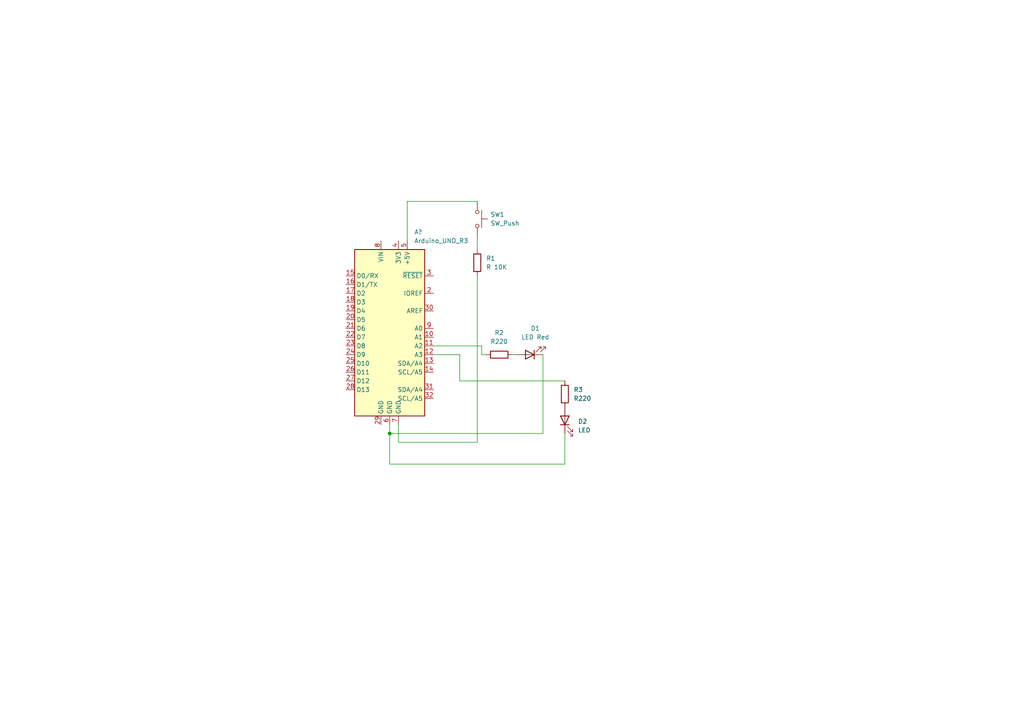
<source format=kicad_sch>
(kicad_sch (version 20211123) (generator eeschema)
  (paper "A4")
  (lib_symbols
    (symbol "Device:LED" (pin_numbers hide) (pin_names (offset 1.016) hide)
      (property "Reference" "D" (at 0 2.54 0))
      (property "Value" "LED" (at 0 -2.54 0))
      (symbol "LED_0_1"
        (polyline (pts (xy -1.27 -1.27) (xy -1.27 1.27)) (stroke (width 0.254)))
        (polyline (pts (xy -1.27 0) (xy 1.27 0)))
        (polyline (pts (xy 1.27 -1.27) (xy 1.27 1.27) (xy -1.27 0) (xy 1.27 -1.27)) (stroke (width 0.254)))
        (polyline (pts (xy -3.048 -0.762) (xy -4.572 -2.286) (xy -3.81 -2.286) (xy -4.572 -2.286) (xy -4.572 -1.524)))
        (polyline (pts (xy -1.778 -0.762) (xy -3.302 -2.286) (xy -2.54 -2.286) (xy -3.302 -2.286) (xy -3.302 -1.524)))
      )
      (symbol "LED_1_1"
        (pin passive line (at -3.81 0 0) (length 2.54) (name "K") (number "1"))
        (pin passive line (at 3.81 0 180) (length 2.54) (name "A") (number "2"))
      )
    )
    (symbol "Device:R" (pin_numbers hide) (pin_names (offset 0))
      (property "Reference" "R" (at 2.032 0 90))
      (property "Value" "R" (at 0 0 90))
      (symbol "R_0_1"
        (rectangle (start -1.016 -2.54) (end 1.016 2.54) (stroke (width 0.254)))
      )
      (symbol "R_1_1"
        (pin passive line (at 0 3.81 270) (length 1.27) (name "~") (number "1"))
        (pin passive line (at 0 -3.81 90) (length 1.27) (name "~") (number "2"))
      )
    )
    (symbol "MCU_Module:Arduino_UNO_R3"
      (property "Reference" "A" (at -10.16 23.495 0))
      (property "Value" "Arduino_UNO_R3" (at 5.08 -26.67 0))
      (symbol "Arduino_UNO_R3_0_1"
        (rectangle (start -10.16 22.86) (end 10.16 -25.4) (stroke (width 0.254)) (fill (type background)))
      )
      (symbol "Arduino_UNO_R3_1_1"
        (pin no_connect line (at -10.16 -20.32 0) (length 2.54) hide (name "NC") (number "1"))
        (pin bidirectional line (at 12.7 -2.54 180) (length 2.54) (name "A1") (number "10"))
        (pin bidirectional line (at 12.7 -5.08 180) (length 2.54) (name "A2") (number "11"))
        (pin bidirectional line (at 12.7 -7.62 180) (length 2.54) (name "A3") (number "12"))
        (pin bidirectional line (at 12.7 -10.16 180) (length 2.54) (name "SDA/A4") (number "13"))
        (pin bidirectional line (at 12.7 -12.7 180) (length 2.54) (name "SCL/A5") (number "14"))
        (pin bidirectional line (at -12.7 15.24 0) (length 2.54) (name "D0/RX") (number "15"))
        (pin bidirectional line (at -12.7 12.7 0) (length 2.54) (name "D1/TX") (number "16"))
        (pin bidirectional line (at -12.7 10.16 0) (length 2.54) (name "D2") (number "17"))
        (pin bidirectional line (at -12.7 7.62 0) (length 2.54) (name "D3") (number "18"))
        (pin bidirectional line (at -12.7 5.08 0) (length 2.54) (name "D4") (number "19"))
        (pin output line (at 12.7 10.16 180) (length 2.54) (name "IOREF") (number "2"))
        (pin bidirectional line (at -12.7 2.54 0) (length 2.54) (name "D5") (number "20"))
        (pin bidirectional line (at -12.7 0 0) (length 2.54) (name "D6") (number "21"))
        (pin bidirectional line (at -12.7 -2.54 0) (length 2.54) (name "D7") (number "22"))
        (pin bidirectional line (at -12.7 -5.08 0) (length 2.54) (name "D8") (number "23"))
        (pin bidirectional line (at -12.7 -7.62 0) (length 2.54) (name "D9") (number "24"))
        (pin bidirectional line (at -12.7 -10.16 0) (length 2.54) (name "D10") (number "25"))
        (pin bidirectional line (at -12.7 -12.7 0) (length 2.54) (name "D11") (number "26"))
        (pin bidirectional line (at -12.7 -15.24 0) (length 2.54) (name "D12") (number "27"))
        (pin bidirectional line (at -12.7 -17.78 0) (length 2.54) (name "D13") (number "28"))
        (pin power_in line (at -2.54 -27.94 90) (length 2.54) (name "GND") (number "29"))
        (pin input line (at 12.7 15.24 180) (length 2.54) (name "~{RESET}") (number "3"))
        (pin input line (at 12.7 5.08 180) (length 2.54) (name "AREF") (number "30"))
        (pin bidirectional line (at 12.7 -17.78 180) (length 2.54) (name "SDA/A4") (number "31"))
        (pin bidirectional line (at 12.7 -20.32 180) (length 2.54) (name "SCL/A5") (number "32"))
        (pin power_out line (at 2.54 25.4 270) (length 2.54) (name "3V3") (number "4"))
        (pin power_out line (at 5.08 25.4 270) (length 2.54) (name "+5V") (number "5"))
        (pin power_in line (at 0 -27.94 90) (length 2.54) (name "GND") (number "6"))
        (pin power_in line (at 2.54 -27.94 90) (length 2.54) (name "GND") (number "7"))
        (pin power_in line (at -2.54 25.4 270) (length 2.54) (name "VIN") (number "8"))
        (pin bidirectional line (at 12.7 0 180) (length 2.54) (name "A0") (number "9"))
      )
    )
    (symbol "Switch:SW_Push" (pin_numbers hide) (pin_names (offset 1.016) hide)
      (property "Reference" "SW" (at 1.27 2.54 0))
      (property "Value" "SW_Push" (at 0 -1.524 0))
      (symbol "SW_Push_0_1"
        (circle (center -2.032 0) (radius 0.508))
        (polyline (pts (xy 0 1.27) (xy 0 3.048)))
        (polyline (pts (xy 2.54 1.27) (xy -2.54 1.27)))
        (circle (center 2.032 0) (radius 0.508))
        (pin passive line (at -5.08 0 0) (length 2.54) (name "1") (number "1"))
        (pin passive line (at 5.08 0 180) (length 2.54) (name "2") (number "2"))
      )
    )
  )
  (junction (at 113.03 125.73))
  (wire (pts (xy 148.59 102.87) (xy 149.86 102.87)))
  (wire (pts (xy 157.48 102.87) (xy 157.48 125.73)))
  (wire (pts (xy 115.57 128.27) (xy 115.57 123.19)))
  (wire (pts (xy 113.03 125.73) (xy 113.03 134.62)))
  (wire (pts (xy 113.03 123.19) (xy 113.03 125.73)))
  (wire (pts (xy 163.83 134.62) (xy 113.03 134.62)))
  (wire (pts (xy 133.35 102.87) (xy 133.35 110.49)))
  (wire (pts (xy 125.73 100.33) (xy 139.7 100.33)))
  (wire (pts (xy 139.7 102.87) (xy 140.97 102.87)))
  (wire (pts (xy 125.73 102.87) (xy 133.35 102.87)))
  (wire (pts (xy 163.83 125.73) (xy 163.83 134.62)))
  (wire (pts (xy 133.35 110.49) (xy 163.83 110.49)))
  (wire (pts (xy 138.43 80.01) (xy 138.43 128.27)))
  (wire (pts (xy 139.7 100.33) (xy 139.7 102.87)))
  (wire (pts (xy 138.43 68.58) (xy 138.43 72.39)))
  (wire (pts (xy 138.43 128.27) (xy 115.57 128.27)))
  (wire (pts (xy 118.11 69.85) (xy 118.11 58.42)))
  (wire (pts (xy 118.11 58.42) (xy 138.43 58.42)))
  (wire (pts (xy 157.48 125.73) (xy 113.03 125.73)))
  (symbol (lib_id "Device:R") (at 144.78 102.87 90) (unit 1)
    (property "Reference" "R2" (at 144.78 96.52 90))
    (property "Value" "R220 " (at 144.78 99.06 90))
  )
  (symbol (lib_id "Device:R") (at 138.43 76.2 0) (unit 1)
    (property "Reference" "R1" (at 140.97 74.9299 0) (effects (justify left)))
    (property "Value" "R 10K" (at 140.97 77.4699 0) (effects (justify left)))
  )
  (symbol (lib_id "Device:LED") (at 153.67 102.87 180) (unit 1)
    (property "Reference" "D1" (at 155.2575 95.25 0))
    (property "Value" "LED Red" (at 155.2575 97.79 0))
  )
  (symbol (lib_id "MCU_Module:Arduino_UNO_R3") (at 113.03 95.25 0) (unit 1)
    (property "Reference" "A?" (at 120.1294 67.31 0) (effects (justify left)))
    (property "Value" "Arduino_UNO_R3" (at 120.1294 69.85 0) (effects (justify left)))
    (property "Footprint" "Module:Arduino_UNO_R3" (effects hide))
    (property "Datasheet" "https://www.arduino.cc/en/Main/arduinoBoardUno" (effects hide))
  )
  (symbol (lib_id "Switch:SW_Push") (at 138.43 63.5 270) (unit 1)
    (property "Reference" "SW1" (at 142.24 62.2299 90) (effects (justify left)))
    (property "Value" "SW_Push" (at 142.24 64.7699 90) (effects (justify left)))
  )
  (symbol (lib_id "Device:LED") (at 163.83 121.92 90) (unit 1)
    (property "Reference" "D2" (at 167.64 122.2374 90) (effects (justify right)))
    (property "Value" "LED" (at 167.64 124.7774 90) (effects (justify right)))
  )
  (symbol (lib_id "Device:R") (at 163.83 114.3 0) (unit 1)
    (property "Reference" "R3" (at 166.37 113.0299 0) (effects (justify left)))
    (property "Value" "R220" (at 166.37 115.5699 0) (effects (justify left)))
  )
)
</source>
